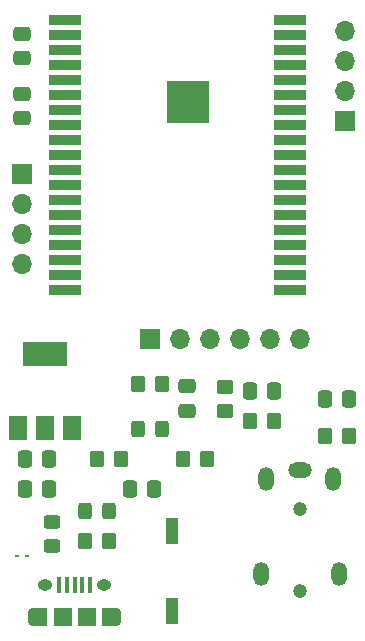
<source format=gbr>
%TF.GenerationSoftware,KiCad,Pcbnew,(6.0.0)*%
%TF.CreationDate,2022-02-27T19:02:29-06:00*%
%TF.ProjectId,Squeezecheap,53717565-657a-4656-9368-6561702e6b69,rev?*%
%TF.SameCoordinates,Original*%
%TF.FileFunction,Soldermask,Top*%
%TF.FilePolarity,Negative*%
%FSLAX46Y46*%
G04 Gerber Fmt 4.6, Leading zero omitted, Abs format (unit mm)*
G04 Created by KiCad (PCBNEW (6.0.0)) date 2022-02-27 19:02:29*
%MOMM*%
%LPD*%
G01*
G04 APERTURE LIST*
G04 Aperture macros list*
%AMRoundRect*
0 Rectangle with rounded corners*
0 $1 Rounding radius*
0 $2 $3 $4 $5 $6 $7 $8 $9 X,Y pos of 4 corners*
0 Add a 4 corners polygon primitive as box body*
4,1,4,$2,$3,$4,$5,$6,$7,$8,$9,$2,$3,0*
0 Add four circle primitives for the rounded corners*
1,1,$1+$1,$2,$3*
1,1,$1+$1,$4,$5*
1,1,$1+$1,$6,$7*
1,1,$1+$1,$8,$9*
0 Add four rect primitives between the rounded corners*
20,1,$1+$1,$2,$3,$4,$5,0*
20,1,$1+$1,$4,$5,$6,$7,0*
20,1,$1+$1,$6,$7,$8,$9,0*
20,1,$1+$1,$8,$9,$2,$3,0*%
G04 Aperture macros list end*
%ADD10C,1.193800*%
%ADD11O,1.320800X2.006600*%
%ADD12O,2.006600X1.320800*%
%ADD13R,1.120000X2.160000*%
%ADD14RoundRect,0.250000X-0.350000X-0.450000X0.350000X-0.450000X0.350000X0.450000X-0.350000X0.450000X0*%
%ADD15R,0.360000X0.250000*%
%ADD16RoundRect,0.250000X0.325000X0.450000X-0.325000X0.450000X-0.325000X-0.450000X0.325000X-0.450000X0*%
%ADD17RoundRect,0.250000X-0.450000X0.325000X-0.450000X-0.325000X0.450000X-0.325000X0.450000X0.325000X0*%
%ADD18RoundRect,0.250000X0.475000X-0.337500X0.475000X0.337500X-0.475000X0.337500X-0.475000X-0.337500X0*%
%ADD19RoundRect,0.250000X0.350000X0.450000X-0.350000X0.450000X-0.350000X-0.450000X0.350000X-0.450000X0*%
%ADD20RoundRect,0.250000X-0.337500X-0.475000X0.337500X-0.475000X0.337500X0.475000X-0.337500X0.475000X0*%
%ADD21R,2.700000X0.900000*%
%ADD22R,3.600000X3.600000*%
%ADD23R,1.700000X1.700000*%
%ADD24O,1.700000X1.700000*%
%ADD25RoundRect,0.250000X-0.475000X0.337500X-0.475000X-0.337500X0.475000X-0.337500X0.475000X0.337500X0*%
%ADD26R,1.200000X1.550000*%
%ADD27R,1.500000X1.550000*%
%ADD28O,1.250000X0.950000*%
%ADD29O,0.890000X1.550000*%
%ADD30R,0.400000X1.350000*%
%ADD31RoundRect,0.250000X-0.450000X0.350000X-0.450000X-0.350000X0.450000X-0.350000X0.450000X0.350000X0*%
%ADD32RoundRect,0.250000X-0.325000X-0.450000X0.325000X-0.450000X0.325000X0.450000X-0.325000X0.450000X0*%
%ADD33R,1.500000X2.000000*%
%ADD34R,3.800000X2.000000*%
G04 APERTURE END LIST*
D10*
%TO.C,J2*%
X106045000Y-80434180D03*
X106045000Y-87433150D03*
D11*
X102745540Y-85933399D03*
X109344460Y-85933399D03*
X108894880Y-77933550D03*
X103195120Y-77933550D03*
D12*
X106045000Y-77133450D03*
%TD*%
D13*
%TO.C,SW1*%
X95250000Y-82360000D03*
X95250000Y-89090000D03*
%TD*%
D14*
%TO.C,R7*%
X87900000Y-83185000D03*
X89900000Y-83185000D03*
%TD*%
D15*
%TO.C,D1*%
X82130000Y-84455000D03*
X82970000Y-84455000D03*
%TD*%
D16*
%TO.C,D4*%
X89925000Y-80645000D03*
X87875000Y-80645000D03*
%TD*%
D17*
%TO.C,D2*%
X85090000Y-81525000D03*
X85090000Y-83575000D03*
%TD*%
D18*
%TO.C,C6*%
X82550000Y-42312500D03*
X82550000Y-40237500D03*
%TD*%
D19*
%TO.C,R3*%
X101870000Y-73025000D03*
X103870000Y-73025000D03*
%TD*%
%TO.C,R1*%
X90900000Y-76200000D03*
X88900000Y-76200000D03*
%TD*%
D20*
%TO.C,C4*%
X110257500Y-71120000D03*
X108182500Y-71120000D03*
%TD*%
D21*
%TO.C,U1*%
X86185000Y-39065000D03*
X86185000Y-40335000D03*
X86185000Y-41605000D03*
X86185000Y-42875000D03*
X86185000Y-44145000D03*
X86185000Y-45415000D03*
X86185000Y-46685000D03*
X86185000Y-47955000D03*
X86185000Y-49225000D03*
X86185000Y-50495000D03*
X86185000Y-51765000D03*
X86185000Y-53035000D03*
X86185000Y-54305000D03*
X86185000Y-55575000D03*
X86185000Y-56845000D03*
X86185000Y-58115000D03*
X86185000Y-59385000D03*
X86185000Y-60655000D03*
X86185000Y-61925000D03*
X105185000Y-61925000D03*
X105185000Y-60655000D03*
X105185000Y-59385000D03*
X105185000Y-58115000D03*
X105185000Y-56845000D03*
X105185000Y-55575000D03*
X105185000Y-54305000D03*
X105185000Y-53035000D03*
X105185000Y-51765000D03*
X105185000Y-50495000D03*
X105185000Y-49225000D03*
X105185000Y-47955000D03*
X105185000Y-46685000D03*
X105185000Y-45415000D03*
X105185000Y-44145000D03*
X105185000Y-42875000D03*
X105185000Y-41605000D03*
X105185000Y-40335000D03*
X105185000Y-39065000D03*
D22*
X96585000Y-46025000D03*
%TD*%
D23*
%TO.C,J3*%
X109855000Y-47615000D03*
D24*
X109855000Y-45075000D03*
X109855000Y-42535000D03*
X109855000Y-39995000D03*
%TD*%
D19*
%TO.C,R5*%
X96155000Y-76200000D03*
X98155000Y-76200000D03*
%TD*%
D25*
%TO.C,C5*%
X96520000Y-70082500D03*
X96520000Y-72157500D03*
%TD*%
D20*
%TO.C,C3*%
X84857500Y-76200000D03*
X82782500Y-76200000D03*
%TD*%
D25*
%TO.C,C7*%
X82550000Y-45317500D03*
X82550000Y-47392500D03*
%TD*%
D26*
%TO.C,J1*%
X84095000Y-89565000D03*
D27*
X85995000Y-89565000D03*
X87995000Y-89565000D03*
D28*
X89495000Y-86865000D03*
D29*
X90495000Y-89565000D03*
X83495000Y-89565000D03*
D26*
X89895000Y-89565000D03*
D28*
X84495000Y-86865000D03*
D30*
X88295000Y-86865000D03*
X87645000Y-86865000D03*
X86995000Y-86865000D03*
X86345000Y-86865000D03*
X85695000Y-86865000D03*
%TD*%
D31*
%TO.C,R2*%
X99695000Y-72120000D03*
X99695000Y-70120000D03*
%TD*%
D20*
%TO.C,C1*%
X84857500Y-78740000D03*
X82782500Y-78740000D03*
%TD*%
D32*
%TO.C,D3*%
X92320000Y-73660000D03*
X94370000Y-73660000D03*
%TD*%
D19*
%TO.C,R4*%
X108220000Y-74295000D03*
X110220000Y-74295000D03*
%TD*%
D20*
%TO.C,C2*%
X103907500Y-70485000D03*
X101832500Y-70485000D03*
%TD*%
%TO.C,C8*%
X91672500Y-78740000D03*
X93747500Y-78740000D03*
%TD*%
D33*
%TO.C,U2*%
X82155000Y-73635000D03*
X84455000Y-73635000D03*
D34*
X84455000Y-67335000D03*
D33*
X86755000Y-73635000D03*
%TD*%
D23*
%TO.C,J4*%
X93345000Y-66040000D03*
D24*
X95885000Y-66040000D03*
X98425000Y-66040000D03*
X100965000Y-66040000D03*
X103505000Y-66040000D03*
X106045000Y-66040000D03*
%TD*%
D14*
%TO.C,R6*%
X94345000Y-69850000D03*
X92345000Y-69850000D03*
%TD*%
D23*
%TO.C,J5*%
X82550000Y-52080000D03*
D24*
X82550000Y-54620000D03*
X82550000Y-57160000D03*
X82550000Y-59700000D03*
%TD*%
M02*

</source>
